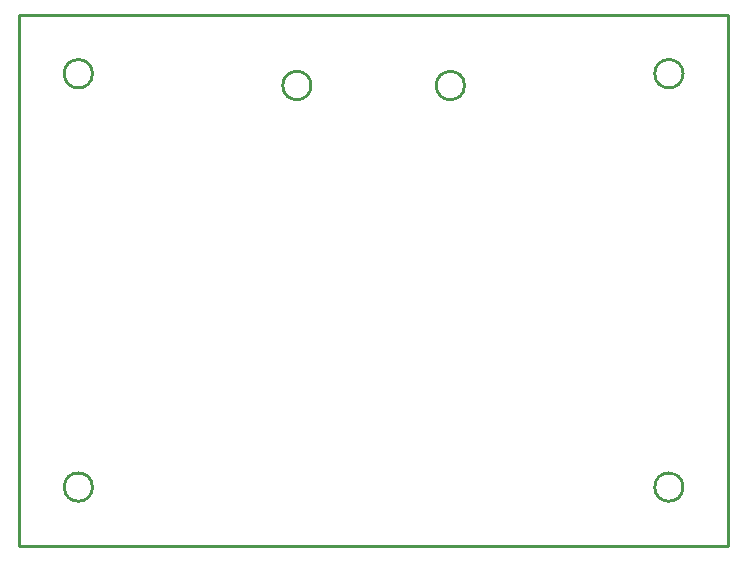
<source format=gbr>
%TF.GenerationSoftware,KiCad,Pcbnew,(6.0.7)*%
%TF.CreationDate,2023-06-13T14:52:57-04:00*%
%TF.ProjectId,STM32-NHD,53544d33-322d-44e4-9844-2e6b69636164,rev?*%
%TF.SameCoordinates,Original*%
%TF.FileFunction,Profile,NP*%
%FSLAX46Y46*%
G04 Gerber Fmt 4.6, Leading zero omitted, Abs format (unit mm)*
G04 Created by KiCad (PCBNEW (6.0.7)) date 2023-06-13 14:52:57*
%MOMM*%
%LPD*%
G01*
G04 APERTURE LIST*
%TA.AperFunction,Profile*%
%ADD10C,0.250000*%
%TD*%
G04 APERTURE END LIST*
D10*
X150774224Y-84996424D02*
G75*
G03*
X150774224Y-84996424I-1200000J0D01*
G01*
X132274224Y-118996424D02*
G75*
G03*
X132274224Y-118996424I-1200000J0D01*
G01*
X132274224Y-83996424D02*
G75*
G03*
X132274224Y-83996424I-1200000J0D01*
G01*
X126074224Y-123996424D02*
X186074224Y-123996424D01*
X182274224Y-118996424D02*
G75*
G03*
X182274224Y-118996424I-1200000J0D01*
G01*
X126074224Y-78996424D02*
X126074224Y-123996424D01*
X186074224Y-78996424D02*
X126074224Y-78996424D01*
X186074224Y-123996424D02*
X186074224Y-78996424D01*
X163774224Y-84996424D02*
G75*
G03*
X163774224Y-84996424I-1200000J0D01*
G01*
X182274224Y-83996424D02*
G75*
G03*
X182274224Y-83996424I-1200000J0D01*
G01*
M02*

</source>
